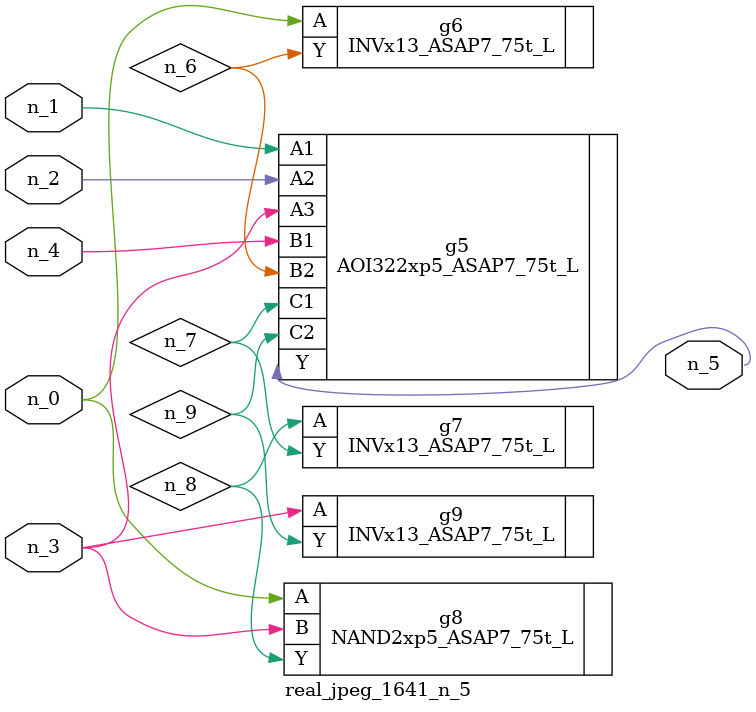
<source format=v>
module real_jpeg_1641_n_5 (n_4, n_0, n_1, n_2, n_3, n_5);

input n_4;
input n_0;
input n_1;
input n_2;
input n_3;

output n_5;

wire n_8;
wire n_6;
wire n_7;
wire n_9;

INVx13_ASAP7_75t_L g6 ( 
.A(n_0),
.Y(n_6)
);

NAND2xp5_ASAP7_75t_L g8 ( 
.A(n_0),
.B(n_3),
.Y(n_8)
);

AOI322xp5_ASAP7_75t_L g5 ( 
.A1(n_1),
.A2(n_2),
.A3(n_3),
.B1(n_4),
.B2(n_6),
.C1(n_7),
.C2(n_9),
.Y(n_5)
);

INVx13_ASAP7_75t_L g9 ( 
.A(n_3),
.Y(n_9)
);

INVx13_ASAP7_75t_L g7 ( 
.A(n_8),
.Y(n_7)
);


endmodule
</source>
